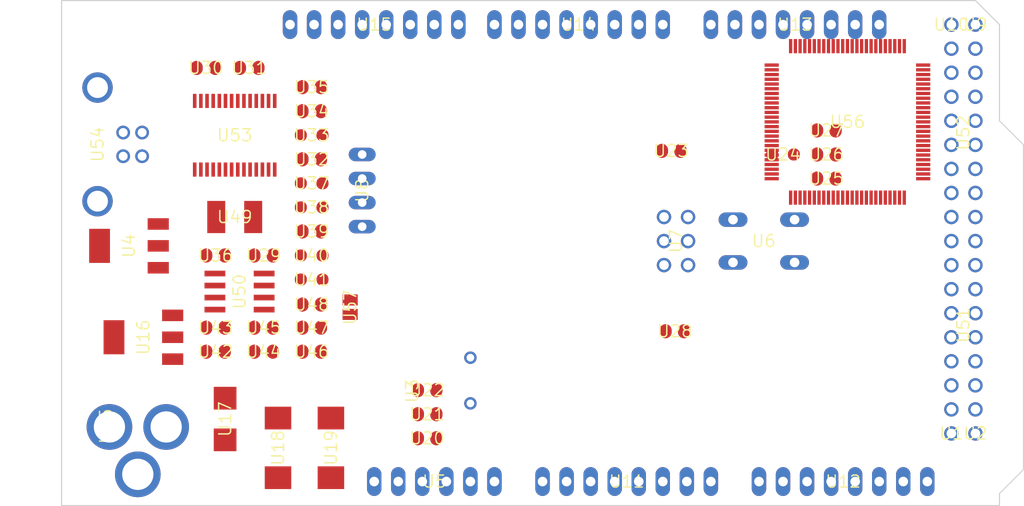
<source format=kicad_pcb>
(kicad_pcb (version 20221018) (generator pcbnew)
  (layers (0 "F.Cu" signal "Top") (31 "B.Cu" signal "Bottom") (34 "B.Paste" user) (35 "F.Paste" user) (36 "B.SilkS" user "B.Silkscreen") (37 "F.SilkS" user "F.Silkscreen") (38 "B.Mask" user) (39 "F.Mask" user) (44 "Edge.Cuts" user))
  (net 0 "")
  (net 1 "+5V")
  (net 2 "GND")
  (net 3 "N$6")
  (net 4 "N$7")
  (net 5 "AREF")
  (net 6 "RESET")
  (net 7 "VIN")
  (net 8 "N$3")
  (net 9 "PWRIN")
  (net 10 "M8RXD")
  (net 11 "M8TXD")
  (net 12 "ADC0")
  (net 13 "ADC2")
  (net 14 "ADC1")
  (net 15 "ADC3")
  (net 16 "ADC4")
  (net 17 "ADC5")
  (net 18 "ADC6")
  (net 19 "ADC7")
  (net 20 "+3V3")
  (net 21 "SDA")
  (net 22 "SCL")
  (net 23 "ADC9")
  (net 24 "ADC8")
  (net 25 "ADC10")
  (net 26 "ADC11")
  (net 27 "ADC12")
  (net 28 "ADC13")
  (net 29 "ADC14")
  (net 30 "ADC15")
  (net 31 "PB3")
  (net 32 "PB2")
  (net 33 "PB1")
  (net 34 "PB5")
  (net 35 "PB4")
  (net 36 "PE5")
  (net 37 "PE4")
  (net 38 "PE3")
  (net 39 "PE1")
  (net 40 "PE0")
  (net 41 "N$15")
  (net 42 "N$53")
  (net 43 "N$54")
  (net 44 "N$55")
  (net 45 "D-")
  (net 46 "D+")
  (net 47 "N$60")
  (net 48 "DTR")
  (net 49 "USBVCC")
  (net 50 "N$2")
  (net 51 "N$4")
  (net 52 "GATE_CMD")
  (net 53 "CMP")
  (net 54 "PB6")
  (net 55 "PH3")
  (net 56 "PH4")
  (net 57 "PH5")
  (net 58 "PH6")
  (net 59 "PG5")
  (net 60 "RXD1")
  (net 61 "TXD1")
  (net 62 "RXD2")
  (net 63 "RXD3")
  (net 64 "TXD2")
  (net 65 "TXD3")
  (net 66 "PC0")
  (net 67 "PC1")
  (net 68 "PC2")
  (net 69 "PC3")
  (net 70 "PC4")
  (net 71 "PC5")
  (net 72 "PC6")
  (net 73 "PC7")
  (net 74 "PB0")
  (net 75 "PG0")
  (net 76 "PG1")
  (net 77 "PG2")
  (net 78 "PD7")
  (net 79 "PA0")
  (net 80 "PA1")
  (net 81 "PA2")
  (net 82 "PA3")
  (net 83 "PA4")
  (net 84 "PA5")
  (net 85 "PA6")
  (net 86 "PA7")
  (net 87 "PL0")
  (net 88 "PL1")
  (net 89 "PL2")
  (net 90 "PL3")
  (net 91 "PL4")
  (net 92 "PL5")
  (net 93 "PL6")
  (net 94 "PL7")
  (net 95 "PB7")
  (net 96 "CTS")
  (net 97 "DSR")
  (net 98 "DCD")
  (net 99 "RI")
  (footprint "Arduino_MEGA_Reference_Design:2X03" (layer "F.Cu") (at 162.5981 103.7336 -90)
    (fp_text reference "U7")
    (fp_text value "")
  )
  (footprint "Arduino_MEGA_Reference_Design:1X08" (layer "F.Cu") (at 152.3111 80.8736 180)
    (fp_text reference "U14")
    (fp_text value "")
  )
  (footprint "Arduino_MEGA_Reference_Design:1X08" (layer "F.Cu") (at 130.7211 80.8736 180)
    (fp_text reference "U15")
    (fp_text value "")
  )
  (footprint "Arduino_MEGA_Reference_Design:SMC_D" (layer "F.Cu") (at 120.5611 125.5776 -90)
    (fp_text reference "U18")
    (fp_text value "")
  )
  (footprint "Arduino_MEGA_Reference_Design:SMC_D" (layer "F.Cu") (at 126.1491 125.5776 -90)
    (fp_text reference "U19")
    (fp_text value "")
  )
  (footprint "Arduino_MEGA_Reference_Design:B3F-10XX" (layer "F.Cu") (at 171.8691 103.7336 180)
    (fp_text reference "U6")
    (fp_text value "")
  )
  (footprint "Arduino_MEGA_Reference_Design:0805RND" (layer "F.Cu") (at 173.9011 94.5896 180)
    (fp_text reference "U24")
    (fp_text value "")
  )
  (footprint "Arduino_MEGA_Reference_Design:SMB" (layer "F.Cu") (at 114.9731 122.5296 -90)
    (fp_text reference "U17")
    (fp_text value "")
  )
  (footprint "Arduino_MEGA_Reference_Design:DC-21MM" (layer "F.Cu") (at 103.0351 123.2916 90)
    (fp_text reference "U55")
    (fp_text value "")
  )
  (footprint "Arduino_MEGA_Reference_Design:HC49_S" (layer "F.Cu") (at 140.8811 118.4656 90)
    (fp_text reference "U3")
    (fp_text value "")
  )
  (footprint "Arduino_MEGA_Reference_Design:SOT223" (layer "F.Cu") (at 106.3371 113.8936 90)
    (fp_text reference "U16")
    (fp_text value "")
  )
  (footprint "Arduino_MEGA_Reference_Design:1X06" (layer "F.Cu") (at 137.0711 129.1336)
    (fp_text reference "U5")
    (fp_text value "")
  )
  (footprint "Arduino_MEGA_Reference_Design:C0805RND" (layer "F.Cu") (at 124.1171 87.4776)
    (fp_text reference "U35")
    (fp_text value "")
  )
  (footprint "Arduino_MEGA_Reference_Design:C0805RND" (layer "F.Cu") (at 162.4711 113.2586)
    (fp_text reference "U28")
    (fp_text value "")
  )
  (footprint "Arduino_MEGA_Reference_Design:C0805RND" (layer "F.Cu") (at 136.3091 122.0216)
    (fp_text reference "U21")
    (fp_text value "")
  )
  (footprint "Arduino_MEGA_Reference_Design:C0805RND" (layer "F.Cu") (at 136.3091 119.4816)
    (fp_text reference "U22")
    (fp_text value "")
  )
  (footprint "Arduino_MEGA_Reference_Design:C0805RND" (layer "F.Cu") (at 113.9571 112.8776)
    (fp_text reference "U43")
    (fp_text value "")
  )
  (footprint "Arduino_MEGA_Reference_Design:RCL_0805RND" (layer "F.Cu") (at 124.1171 105.2576)
    (fp_text reference "U40")
    (fp_text value "")
  )
  (footprint "Arduino_MEGA_Reference_Design:RCL_0805RND" (layer "F.Cu") (at 124.1171 107.7976)
    (fp_text reference "U41")
    (fp_text value "")
  )
  (footprint "Arduino_MEGA_Reference_Design:1X08" (layer "F.Cu") (at 157.3911 129.1336)
    (fp_text reference "U11")
    (fp_text value "")
  )
  (footprint "Arduino_MEGA_Reference_Design:1X08" (layer "F.Cu") (at 175.1711 80.8736 180)
    (fp_text reference "U13")
    (fp_text value "")
  )
  (footprint "Arduino_MEGA_Reference_Design:R0805RND" (layer "F.Cu") (at 178.4731 94.5896 180)
    (fp_text reference "U26")
    (fp_text value "")
  )
  (footprint "Arduino_MEGA_Reference_Design:R0805RND" (layer "F.Cu") (at 178.4731 92.0496 180)
    (fp_text reference "U27")
    (fp_text value "")
  )
  (footprint "Arduino_MEGA_Reference_Design:TQFP100" (layer "F.Cu") (at 180.70355224609375 91.14759826660156 0)
    (fp_text reference "U56")
    (fp_text value "")
  )
  (footprint "Arduino_MEGA_Reference_Design:C0805RND" (layer "F.Cu") (at 162.0901 94.2086 180)
    (fp_text reference "U23")
    (fp_text value "")
  )
  (footprint "Arduino_MEGA_Reference_Design:C0805RND" (layer "F.Cu") (at 136.3091 124.5616)
    (fp_text reference "U20")
    (fp_text value "")
  )
  (footprint "Arduino_MEGA_Reference_Design:1X08" (layer "F.Cu") (at 180.2511 129.1336)
    (fp_text reference "U12")
    (fp_text value "")
  )
  (footprint "Arduino_MEGA_Reference_Design:R0805RND" (layer "F.Cu") (at 124.1171 112.8776)
    (fp_text reference "U47")
    (fp_text value "")
  )
  (footprint "Arduino_MEGA_Reference_Design:C0805RND" (layer "F.Cu") (at 124.1171 115.4176)
    (fp_text reference "U46")
    (fp_text value "")
  )
  (footprint "Arduino_MEGA_Reference_Design:C0805RND" (layer "F.Cu") (at 113.9571 105.2576)
    (fp_text reference "U36")
    (fp_text value "")
  )
  (footprint "Arduino_MEGA_Reference_Design:C0805RND" (layer "F.Cu") (at 112.9411 85.4456)
    (fp_text reference "U30")
    (fp_text value "")
  )
  (footprint "Arduino_MEGA_Reference_Design:0805RND" (layer "F.Cu") (at 124.1171 100.1776 180)
    (fp_text reference "U38")
    (fp_text value "")
  )
  (footprint "Arduino_MEGA_Reference_Design:0805RND" (layer "F.Cu") (at 124.1171 97.6376 180)
    (fp_text reference "U37")
    (fp_text value "")
  )
  (footprint "Arduino_MEGA_Reference_Design:R0805RND" (layer "F.Cu") (at 124.1171 95.0976)
    (fp_text reference "U32")
    (fp_text value "")
  )
  (footprint "Arduino_MEGA_Reference_Design:R0805RND" (layer "F.Cu") (at 124.1171 102.7176)
    (fp_text reference "U39")
    (fp_text value "")
  )
  (footprint "Arduino_MEGA_Reference_Design:SSOP28" (layer "F.Cu") (at 115.9891 92.5576)
    (fp_text reference "U53")
    (fp_text value "")
  )
  (footprint "Arduino_MEGA_Reference_Design:PN61729" (layer "F.Cu") (at 98.9584 93.5228 -90)
    (fp_text reference "U54")
    (fp_text value "")
  )
  (footprint "Arduino_MEGA_Reference_Design:L1812" (layer "F.Cu") (at 115.9891 101.1936)
    (fp_text reference "U49")
    (fp_text value "")
  )
  (footprint "Arduino_MEGA_Reference_Design:C0805RND" (layer "F.Cu") (at 117.5131 85.4456)
    (fp_text reference "U31")
    (fp_text value "")
  )
  (footprint "Arduino_MEGA_Reference_Design:0805RND" (layer "F.Cu") (at 124.1171 92.5576 180)
    (fp_text reference "U33")
    (fp_text value "")
  )
  (footprint "Arduino_MEGA_Reference_Design:R0805RND" (layer "F.Cu") (at 124.1171 90.0176 180)
    (fp_text reference "U34")
    (fp_text value "")
  )
  (footprint "Arduino_MEGA_Reference_Design:C0805RND" (layer "F.Cu") (at 124.1171 110.4392 180)
    (fp_text reference "U48")
    (fp_text value "")
  )
  (footprint "Arduino_MEGA_Reference_Design:SOT223" (layer "F.Cu") (at 104.8131 104.2416 90)
    (fp_text reference "U4")
    (fp_text value "")
  )
  (footprint "Arduino_MEGA_Reference_Design:SO08" (layer "F.Cu") (at 116.4971 109.0676 -90)
    (fp_text reference "U50")
    (fp_text value "")
  )
  (footprint "Arduino_MEGA_Reference_Design:R0805RND" (layer "F.Cu") (at 113.9571 115.4176 180)
    (fp_text reference "U42")
    (fp_text value "")
  )
  (footprint "Arduino_MEGA_Reference_Design:R0805RND" (layer "F.Cu") (at 119.0371 112.8776 180)
    (fp_text reference "U45")
    (fp_text value "")
  )
  (footprint "Arduino_MEGA_Reference_Design:C0805RND" (layer "F.Cu") (at 119.0371 115.4176 180)
    (fp_text reference "U44")
    (fp_text value "")
  )
  (footprint "Arduino_MEGA_Reference_Design:C0805RND" (layer "F.Cu") (at 119.0371 105.2576)
    (fp_text reference "U29")
    (fp_text value "")
  )
  (footprint "Arduino_MEGA_Reference_Design:2X08" (layer "F.Cu") (at 192.9511 92.3036 90)
    (fp_text reference "U52")
    (fp_text value "")
  )
  (footprint "Arduino_MEGA_Reference_Design:2X08" (layer "F.Cu") (at 192.9511 112.6236 90)
    (fp_text reference "U51")
    (fp_text value "")
  )
  (footprint "Arduino_MEGA_Reference_Design:R0805RND" (layer "F.Cu") (at 178.4731 97.1296 180)
    (fp_text reference "U25")
    (fp_text value "")
  )
  (footprint "Arduino_MEGA_Reference_Design:1X01" (layer "F.Cu") (at 191.6811 80.8736)
    (fp_text reference "U10")
    (fp_text value "")
  )
  (footprint "Arduino_MEGA_Reference_Design:1X01" (layer "F.Cu") (at 194.2211 80.8736)
    (fp_text reference "U9")
    (fp_text value "")
  )
  (footprint "Arduino_MEGA_Reference_Design:1X01" (layer "F.Cu") (at 191.6811 124.0536)
    (fp_text reference "U1")
    (fp_text value "")
  )
  (footprint "Arduino_MEGA_Reference_Design:1X01" (layer "F.Cu") (at 194.2211 124.0536)
    (fp_text reference "U2")
    (fp_text value "")
  )
  (footprint "Arduino_MEGA_Reference_Design:SJ" (layer "F.Cu") (at 128.1811 110.7186 -90)
    (fp_text reference "U57")
    (fp_text value "")
  )
  (footprint "Arduino_MEGA_Reference_Design:JP4" (layer "F.Cu") (at 129.4511 98.3996 -90)
    (fp_text reference "U8")
    (fp_text value "")
  )
  (gr_line (start 196.7611 80.8736) (end 196.7611 91.0336) (layer "Edge.Cuts") (width 0.12))
  (gr_line (start 196.7611 130.4036) (end 196.7611 131.6736) (layer "Edge.Cuts") (width 0.12))
  (gr_line (start 194.2211 78.3336) (end 196.7611 80.8736) (layer "Edge.Cuts") (width 0.12))
  (gr_line (start 97.7011 78.3336) (end 194.2211 78.3336) (layer "Edge.Cuts") (width 0.12))
  (gr_line (start 196.7611 91.0336) (end 199.3011 93.5736) (layer "Edge.Cuts") (width 0.12))
  (gr_line (start 97.7011 131.6736) (end 97.7011 78.3336) (layer "Edge.Cuts") (width 0.12))
  (gr_line (start 196.7611 131.6736) (end 97.7011 131.6736) (layer "Edge.Cuts") (width 0.12))
  (gr_line (start 199.3011 93.5736) (end 199.3011 127.8636) (layer "Edge.Cuts") (width 0.12))
  (gr_line (start 199.3011 127.8636) (end 196.7611 130.4036) (layer "Edge.Cuts") (width 0.12))
)
</source>
